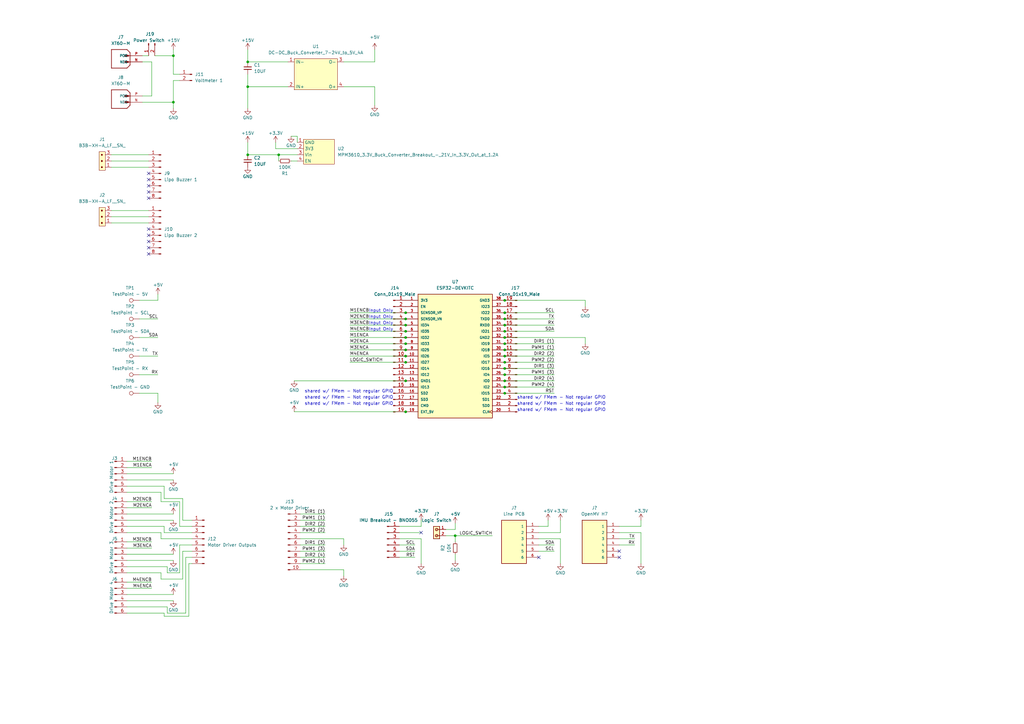
<source format=kicad_sch>
(kicad_sch (version 20211123) (generator eeschema)
  (paper "A3")
  (lib_symbols
    (symbol "5mm Pitch 2-Pin Screw Terminal Block-691137710002:691137710002" (pin_names (offset 1.016))
      (property "Reference" "J" (at -4.88 -0.922 0))
      (property "Value" "691137710002" (at -4.83 -2.58 0))
      (symbol "691137710002_0_0"
        (rectangle (start -3.81 -2.54) (end 1.27 0) (stroke (width 0.254)) (fill (type background)))
        (circle (center -2.54 -1.27) (radius 0.508) (stroke (width 0.254)))
        (circle (center 0 -1.27) (radius 0.508) (stroke (width 0.254)))
        (polyline (pts (xy -2.54 -1.778) (xy -2.54 -2.54)) (stroke (width 0.254)))
        (polyline (pts (xy -2.286 -1.016) (xy -2.794 -1.524)) (stroke (width 0.1524)))
        (polyline (pts (xy 0 -1.778) (xy 0 -2.54)) (stroke (width 0.254)))
        (polyline (pts (xy 0.254 -1.016) (xy -0.254 -1.524)) (stroke (width 0.1524)))
        (pin passive line (at -2.54 -5.08 90) (length 2.54) (name "~") (number "1"))
        (pin passive line (at 0 -5.08 90) (length 2.54) (name "~") (number "2"))
      )
    )
    (symbol "Box IDC header 2x3-2-1761679-1:2-1761679-1" (pin_names (offset 1.016))
      (property "Reference" "J" (at -5.58 10.16 0))
      (property "Value" "2-1761679-1" (at -5.08 -10.16 0))
      (symbol "2-1761679-1_0_0"
        (rectangle (start -5.08 -7.62) (end 5.08 10.16) (stroke (width 0.254)) (fill (type background)))
        (pin passive line (at -10.16 7.62 0) (length 5.08) (name "1") (number "1"))
        (pin passive line (at -10.16 5.08 0) (length 5.08) (name "2") (number "2"))
        (pin passive line (at -10.16 2.54 0) (length 5.08) (name "3") (number "3"))
        (pin passive line (at -10.16 0 0) (length 5.08) (name "4") (number "4"))
        (pin passive line (at -10.16 -2.54 0) (length 5.08) (name "5") (number "5"))
        (pin passive line (at -10.16 -5.08 0) (length 5.08) (name "6") (number "6"))
      )
    )
    (symbol "Connector:Conn_01x02_Male" (pin_names (offset 1.016) hide)
      (property "Reference" "J" (at 0 2.54 0))
      (property "Value" "Conn_01x02_Male" (at 0 -5.08 0))
      (symbol "Conn_01x02_Male_1_1"
        (polyline (pts (xy 1.27 -2.54) (xy 0.8636 -2.54)) (stroke (width 0.1524)))
        (polyline (pts (xy 1.27 0) (xy 0.8636 0)) (stroke (width 0.1524)))
        (rectangle (start 0.8636 -2.413) (end 0 -2.667) (stroke (width 0.1524)) (fill (type outline)))
        (rectangle (start 0.8636 0.127) (end 0 -0.127) (stroke (width 0.1524)) (fill (type outline)))
        (pin passive line (at 5.08 0 180) (length 3.81) (name "Pin_1") (number "1"))
        (pin passive line (at 5.08 -2.54 180) (length 3.81) (name "Pin_2") (number "2"))
      )
    )
    (symbol "Connector:Conn_01x06_Male" (pin_names (offset 1.016) hide)
      (property "Reference" "J" (at 0 7.62 0))
      (property "Value" "Conn_01x06_Male" (at 0 -10.16 0))
      (symbol "Conn_01x06_Male_1_1"
        (polyline (pts (xy 1.27 -7.62) (xy 0.8636 -7.62)) (stroke (width 0.1524)))
        (polyline (pts (xy 1.27 -5.08) (xy 0.8636 -5.08)) (stroke (width 0.1524)))
        (polyline (pts (xy 1.27 -2.54) (xy 0.8636 -2.54)) (stroke (width 0.1524)))
        (polyline (pts (xy 1.27 0) (xy 0.8636 0)) (stroke (width 0.1524)))
        (polyline (pts (xy 1.27 2.54) (xy 0.8636 2.54)) (stroke (width 0.1524)))
        (polyline (pts (xy 1.27 5.08) (xy 0.8636 5.08)) (stroke (width 0.1524)))
        (rectangle (start 0.8636 -7.493) (end 0 -7.747) (stroke (width 0.1524)) (fill (type outline)))
        (rectangle (start 0.8636 -4.953) (end 0 -5.207) (stroke (width 0.1524)) (fill (type outline)))
        (rectangle (start 0.8636 -2.413) (end 0 -2.667) (stroke (width 0.1524)) (fill (type outline)))
        (rectangle (start 0.8636 0.127) (end 0 -0.127) (stroke (width 0.1524)) (fill (type outline)))
        (rectangle (start 0.8636 2.667) (end 0 2.413) (stroke (width 0.1524)) (fill (type outline)))
        (rectangle (start 0.8636 5.207) (end 0 4.953) (stroke (width 0.1524)) (fill (type outline)))
        (pin passive line (at 5.08 5.08 180) (length 3.81) (name "Pin_1") (number "1"))
        (pin passive line (at 5.08 2.54 180) (length 3.81) (name "Pin_2") (number "2"))
        (pin passive line (at 5.08 0 180) (length 3.81) (name "Pin_3") (number "3"))
        (pin passive line (at 5.08 -2.54 180) (length 3.81) (name "Pin_4") (number "4"))
        (pin passive line (at 5.08 -5.08 180) (length 3.81) (name "Pin_5") (number "5"))
        (pin passive line (at 5.08 -7.62 180) (length 3.81) (name "Pin_6") (number "6"))
      )
    )
    (symbol "Connector:Conn_01x08_Male" (pin_names (offset 1.016) hide)
      (property "Reference" "J" (at 0 10.16 0))
      (property "Value" "Conn_01x08_Male" (at 0 -12.7 0))
      (symbol "Conn_01x08_Male_1_1"
        (polyline (pts (xy 1.27 -10.16) (xy 0.8636 -10.16)) (stroke (width 0.1524)))
        (polyline (pts (xy 1.27 -7.62) (xy 0.8636 -7.62)) (stroke (width 0.1524)))
        (polyline (pts (xy 1.27 -5.08) (xy 0.8636 -5.08)) (stroke (width 0.1524)))
        (polyline (pts (xy 1.27 -2.54) (xy 0.8636 -2.54)) (stroke (width 0.1524)))
        (polyline (pts (xy 1.27 0) (xy 0.8636 0)) (stroke (width 0.1524)))
        (polyline (pts (xy 1.27 2.54) (xy 0.8636 2.54)) (stroke (width 0.1524)))
        (polyline (pts (xy 1.27 5.08) (xy 0.8636 5.08)) (stroke (width 0.1524)))
        (polyline (pts (xy 1.27 7.62) (xy 0.8636 7.62)) (stroke (width 0.1524)))
        (rectangle (start 0.8636 -10.033) (end 0 -10.287) (stroke (width 0.1524)) (fill (type outline)))
        (rectangle (start 0.8636 -7.493) (end 0 -7.747) (stroke (width 0.1524)) (fill (type outline)))
        (rectangle (start 0.8636 -4.953) (end 0 -5.207) (stroke (width 0.1524)) (fill (type outline)))
        (rectangle (start 0.8636 -2.413) (end 0 -2.667) (stroke (width 0.1524)) (fill (type outline)))
        (rectangle (start 0.8636 0.127) (end 0 -0.127) (stroke (width 0.1524)) (fill (type outline)))
        (rectangle (start 0.8636 2.667) (end 0 2.413) (stroke (width 0.1524)) (fill (type outline)))
        (rectangle (start 0.8636 5.207) (end 0 4.953) (stroke (width 0.1524)) (fill (type outline)))
        (rectangle (start 0.8636 7.747) (end 0 7.493) (stroke (width 0.1524)) (fill (type outline)))
        (pin passive line (at 5.08 7.62 180) (length 3.81) (name "Pin_1") (number "1"))
        (pin passive line (at 5.08 5.08 180) (length 3.81) (name "Pin_2") (number "2"))
        (pin passive line (at 5.08 2.54 180) (length 3.81) (name "Pin_3") (number "3"))
        (pin passive line (at 5.08 0 180) (length 3.81) (name "Pin_4") (number "4"))
        (pin passive line (at 5.08 -2.54 180) (length 3.81) (name "Pin_5") (number "5"))
        (pin passive line (at 5.08 -5.08 180) (length 3.81) (name "Pin_6") (number "6"))
        (pin passive line (at 5.08 -7.62 180) (length 3.81) (name "Pin_7") (number "7"))
        (pin passive line (at 5.08 -10.16 180) (length 3.81) (name "Pin_8") (number "8"))
      )
    )
    (symbol "Connector:Conn_01x10_Male" (pin_names (offset 1.016) hide)
      (property "Reference" "J" (at 0 12.7 0))
      (property "Value" "Conn_01x10_Male" (at 0 -15.24 0))
      (symbol "Conn_01x10_Male_1_1"
        (polyline (pts (xy 1.27 -12.7) (xy 0.8636 -12.7)) (stroke (width 0.1524)))
        (polyline (pts (xy 1.27 -10.16) (xy 0.8636 -10.16)) (stroke (width 0.1524)))
        (polyline (pts (xy 1.27 -7.62) (xy 0.8636 -7.62)) (stroke (width 0.1524)))
        (polyline (pts (xy 1.27 -5.08) (xy 0.8636 -5.08)) (stroke (width 0.1524)))
        (polyline (pts (xy 1.27 -2.54) (xy 0.8636 -2.54)) (stroke (width 0.1524)))
        (polyline (pts (xy 1.27 0) (xy 0.8636 0)) (stroke (width 0.1524)))
        (polyline (pts (xy 1.27 2.54) (xy 0.8636 2.54)) (stroke (width 0.1524)))
        (polyline (pts (xy 1.27 5.08) (xy 0.8636 5.08)) (stroke (width 0.1524)))
        (polyline (pts (xy 1.27 7.62) (xy 0.8636 7.62)) (stroke (width 0.1524)))
        (polyline (pts (xy 1.27 10.16) (xy 0.8636 10.16)) (stroke (width 0.1524)))
        (rectangle (start 0.8636 -12.573) (end 0 -12.827) (stroke (width 0.1524)) (fill (type outline)))
        (rectangle (start 0.8636 -10.033) (end 0 -10.287) (stroke (width 0.1524)) (fill (type outline)))
        (rectangle (start 0.8636 -7.493) (end 0 -7.747) (stroke (width 0.1524)) (fill (type outline)))
        (rectangle (start 0.8636 -4.953) (end 0 -5.207) (stroke (width 0.1524)) (fill (type outline)))
        (rectangle (start 0.8636 -2.413) (end 0 -2.667) (stroke (width 0.1524)) (fill (type outline)))
        (rectangle (start 0.8636 0.127) (end 0 -0.127) (stroke (width 0.1524)) (fill (type outline)))
        (rectangle (start 0.8636 2.667) (end 0 2.413) (stroke (width 0.1524)) (fill (type outline)))
        (rectangle (start 0.8636 5.207) (end 0 4.953) (stroke (width 0.1524)) (fill (type outline)))
        (rectangle (start 0.8636 7.747) (end 0 7.493) (stroke (width 0.1524)) (fill (type outline)))
        (rectangle (start 0.8636 10.287) (end 0 10.033) (stroke (width 0.1524)) (fill (type outline)))
        (pin passive line (at 5.08 10.16 180) (length 3.81) (name "Pin_1") (number "1"))
        (pin passive line (at 5.08 -12.7 180) (length 3.81) (name "Pin_10") (number "10"))
        (pin passive line (at 5.08 7.62 180) (length 3.81) (name "Pin_2") (number "2"))
        (pin passive line (at 5.08 5.08 180) (length 3.81) (name "Pin_3") (number "3"))
        (pin passive line (at 5.08 2.54 180) (length 3.81) (name "Pin_4") (number "4"))
        (pin passive line (at 5.08 0 180) (length 3.81) (name "Pin_5") (number "5"))
        (pin passive line (at 5.08 -2.54 180) (length 3.81) (name "Pin_6") (number "6"))
        (pin passive line (at 5.08 -5.08 180) (length 3.81) (name "Pin_7") (number "7"))
        (pin passive line (at 5.08 -7.62 180) (length 3.81) (name "Pin_8") (number "8"))
        (pin passive line (at 5.08 -10.16 180) (length 3.81) (name "Pin_9") (number "9"))
      )
    )
    (symbol "Connector:Conn_01x19_Male" (pin_names (offset 1.016) hide)
      (property "Reference" "J" (at 0 25.4 0))
      (property "Value" "Conn_01x19_Male" (at 0 -25.4 0))
      (symbol "Conn_01x19_Male_1_1"
        (polyline (pts (xy 1.27 -22.86) (xy 0.8636 -22.86)) (stroke (width 0.1524)))
        (polyline (pts (xy 1.27 -20.32) (xy 0.8636 -20.32)) (stroke (width 0.1524)))
        (polyline (pts (xy 1.27 -17.78) (xy 0.8636 -17.78)) (stroke (width 0.1524)))
        (polyline (pts (xy 1.27 -15.24) (xy 0.8636 -15.24)) (stroke (width 0.1524)))
        (polyline (pts (xy 1.27 -12.7) (xy 0.8636 -12.7)) (stroke (width 0.1524)))
        (polyline (pts (xy 1.27 -10.16) (xy 0.8636 -10.16)) (stroke (width 0.1524)))
        (polyline (pts (xy 1.27 -7.62) (xy 0.8636 -7.62)) (stroke (width 0.1524)))
        (polyline (pts (xy 1.27 -5.08) (xy 0.8636 -5.08)) (stroke (width 0.1524)))
        (polyline (pts (xy 1.27 -2.54) (xy 0.8636 -2.54)) (stroke (width 0.1524)))
        (polyline (pts (xy 1.27 0) (xy 0.8636 0)) (stroke (width 0.1524)))
        (polyline (pts (xy 1.27 2.54) (xy 0.8636 2.54)) (stroke (width 0.1524)))
        (polyline (pts (xy 1.27 5.08) (xy 0.8636 5.08)) (stroke (width 0.1524)))
        (polyline (pts (xy 1.27 7.62) (xy 0.8636 7.62)) (stroke (width 0.1524)))
        (polyline (pts (xy 1.27 10.16) (xy 0.8636 10.16)) (stroke (width 0.1524)))
        (polyline (pts (xy 1.27 12.7) (xy 0.8636 12.7)) (stroke (width 0.1524)))
        (polyline (pts (xy 1.27 15.24) (xy 0.8636 15.24)) (stroke (width 0.1524)))
        (polyline (pts (xy 1.27 17.78) (xy 0.8636 17.78)) (stroke (width 0.1524)))
        (polyline (pts (xy 1.27 20.32) (xy 0.8636 20.32)) (stroke (width 0.1524)))
        (polyline (pts (xy 1.27 22.86) (xy 0.8636 22.86)) (stroke (width 0.1524)))
        (rectangle (start 0.8636 -22.733) (end 0 -22.987) (stroke (width 0.1524)) (fill (type outline)))
        (rectangle (start 0.8636 -20.193) (end 0 -20.447) (stroke (width 0.1524)) (fill (type outline)))
        (rectangle (start 0.8636 -17.653) (end 0 -17.907) (stroke (width 0.1524)) (fill (type outline)))
        (rectangle (start 0.8636 -15.113) (end 0 -15.367) (stroke (width 0.1524)) (fill (type outline)))
        (rectangle (start 0.8636 -12.573) (end 0 -12.827) (stroke (width 0.1524)) (fill (type outline)))
        (rectangle (start 0.8636 -10.033) (end 0 -10.287) (stroke (width 0.1524)) (fill (type outline)))
        (rectangle (start 0.8636 -7.493) (end 0 -7.747) (stroke (width 0.1524)) (fill (type outline)))
        (rectangle (start 0.8636 -4.953) (end 0 -5.207) (stroke (width 0.1524)) (fill (type outline)))
        (rectangle (start 0.8636 -2.413) (end 0 -2.667) (stroke (width 0.1524)) (fill (type outline)))
        (rectangle (start 0.8636 0.127) (end 0 -0.127) (stroke (width 0.1524)) (fill (type outline)))
        (rectangle (start 0.8636 2.667) (end 0 2.413) (stroke (width 0.1524)) (fill (type outline)))
        (rectangle (start 0.8636 5.207) (end 0 4.953) (stroke (width 0.1524)) (fill (type outline)))
        (rectangle (start 0.8636 7.747) (end 0 7.493) (stroke (width 0.1524)) (fill (type outline)))
        (rectangle (start 0.8636 10.287) (end 0 10.033) (stroke (width 0.1524)) (fill (type outline)))
        (rectangle (start 0.8636 12.827) (end 0 12.573) (stroke (width 0.1524)) (fill (type outline)))
        (rectangle (start 0.8636 15.367) (end 0 15.113) (stroke (width 0.1524)) (fill (type outline)))
        (rectangle (start 0.8636 17.907) (end 0 17.653) (stroke (width 0.1524)) (fill (type outline)))
        (rectangle (start 0.8636 20.447) (end 0 20.193) (stroke (width 0.1524)) (fill (type outline)))
        (rectangle (start 0.8636 22.987) (end 0 22.733) (stroke (width 0.1524)) (fill (type outline)))
        (pin passive line (at 5.08 22.86 180) (length 3.81) (name "Pin_1") (number "1"))
        (pin passive line (at 5.08 0 180) (length 3.81) (name "Pin_10") (number "10"))
        (pin passive line (at 5.08 -2.54 180) (length 3.81) (name "Pin_11") (number "11"))
        (pin passive line (at 5.08 -5.08 180) (length 3.81) (name "Pin_12") (number "12"))
        (pin passive line (at 5.08 -7.62 180) (length 3.81) (name "Pin_13") (number "13"))
        (pin passive line (at 5.08 -10.16 180) (length 3.81) (name "Pin_14") (number "14"))
        (pin passive line (at 5.08 -12.7 180) (length 3.81) (name "Pin_15") (number "15"))
        (pin passive line (at 5.08 -15.24 180) (length 3.81) (name "Pin_16") (number "16"))
        (pin passive line (at 5.08 -17.78 180) (length 3.81) (name "Pin_17") (number "17"))
        (pin passive line (at 5.08 -20.32 180) (length 3.81) (name "Pin_18") (number "18"))
        (pin passive line (at 5.08 -22.86 180) (length 3.81) (name "Pin_19") (number "19"))
        (pin passive line (at 5.08 20.32 180) (length 3.81) (name "Pin_2") (number "2"))
        (pin passive line (at 5.08 17.78 180) (length 3.81) (name "Pin_3") (number "3"))
        (pin passive line (at 5.08 15.24 180) (length 3.81) (name "Pin_4") (number "4"))
        (pin passive line (at 5.08 12.7 180) (length 3.81) (name "Pin_5") (number "5"))
        (pin passive line (at 5.08 10.16 180) (length 3.81) (name "Pin_6") (number "6"))
        (pin passive line (at 5.08 7.62 180) (length 3.81) (name "Pin_7") (number "7"))
        (pin passive line (at 5.08 5.08 180) (length 3.81) (name "Pin_8") (number "8"))
        (pin passive line (at 5.08 2.54 180) (length 3.81) (name "Pin_9") (number "9"))
      )
    )
    (symbol "Connector:TestPoint" (pin_numbers hide) (pin_names (offset 0.762) hide)
      (property "Reference" "TP" (at 0 6.858 0))
      (property "Value" "TestPoint" (at 0 5.08 0))
      (symbol "TestPoint_0_1"
        (circle (center 0 3.302) (radius 0.762))
      )
      (symbol "TestPoint_1_1"
        (pin passive line (at 0 0 90) (length 2.54) (name "1") (number "1"))
      )
    )
    (symbol "DC-DC_Buck_Converter_7-24V_to_5V_4A_1"
      (property "Reference" "U" (at 0 10.16 0))
      (property "Value" "DC-DC_Buck_Converter_7-24V_to_5V_4A_1" (at 0 7.62 0))
      (symbol "DC-DC_Buck_Converter_7-24V_to_5V_4A_1_0_1"
        (rectangle (start -8.89 6.35) (end 8.89 -6.35) (fill (type background)))
      )
      (symbol "DC-DC_Buck_Converter_7-24V_to_5V_4A_1_1_1"
        (pin input line (at -11.43 5.08 0) (length 2.54) (name "IN-") (number "1"))
        (pin input line (at -11.43 -5.08 0) (length 2.54) (name "IN+") (number "2"))
        (pin output line (at 11.43 5.08 180) (length 2.54) (name "O-") (number "3"))
        (pin output line (at 11.43 -5.08 180) (length 2.54) (name "O+") (number "4"))
      )
    )
    (symbol "Device:C_Small" (pin_numbers hide) (pin_names (offset 0.254) hide)
      (property "Reference" "C" (at 0.254 1.778 0))
      (property "Value" "C_Small" (at 0.254 -2.032 0))
      (symbol "C_Small_0_1"
        (polyline (pts (xy -1.524 -0.508) (xy 1.524 -0.508)) (stroke (width 0.3302)))
        (polyline (pts (xy -1.524 0.508) (xy 1.524 0.508)) (stroke (width 0.3048)))
      )
      (symbol "C_Small_1_1"
        (pin passive line (at 0 2.54 270) (length 2.032) (name "~") (number "1"))
        (pin passive line (at 0 -2.54 90) (length 2.032) (name "~") (number "2"))
      )
    )
    (symbol "Device:R_Small" (pin_numbers hide) (pin_names (offset 0.254) hide)
      (property "Reference" "R" (at 0.762 0.508 0))
      (property "Value" "R_Small" (at 0.762 -1.016 0))
      (symbol "R_Small_0_1"
        (rectangle (start -0.762 1.778) (end 0.762 -1.778) (stroke (width 0.2032)))
      )
      (symbol "R_Small_1_1"
        (pin passive line (at 0 2.54 270) (length 0.762) (name "~") (number "1"))
        (pin passive line (at 0 -2.54 90) (length 0.762) (name "~") (number "2"))
      )
    )
    (symbol "ESP32-DEVKITC:ESP32-DEVKITC" (pin_names (offset 1.016))
      (property "Reference" "U" (at -15.2572 26.0643 0))
      (property "Value" "ESP32-DEVKITC" (at -15.2563 -27.9698 0))
      (symbol "ESP32-DEVKITC_0_0"
        (rectangle (start -15.24 -25.4) (end 15.24 25.4) (stroke (width 0.254)) (fill (type background)))
        (pin power_in line (at -20.32 22.86 0) (length 5.08) (name "3V3") (number "1"))
        (pin bidirectional line (at -20.32 0 0) (length 5.08) (name "IO26") (number "10"))
        (pin bidirectional line (at -20.32 -2.54 0) (length 5.08) (name "IO27") (number "11"))
        (pin bidirectional line (at -20.32 -5.08 0) (length 5.08) (name "IO14") (number "12"))
        (pin bidirectional line (at -20.32 -7.62 0) (length 5.08) (name "IO12") (number "13"))
        (pin power_in line (at -20.32 -10.16 0) (length 5.08) (name "GND1") (number "14"))
        (pin bidirectional line (at -20.32 -12.7 0) (length 5.08) (name "IO13") (number "15"))
        (pin bidirectional line (at -20.32 -15.24 0) (length 5.08) (name "SD2") (number "16"))
        (pin bidirectional line (at -20.32 -17.78 0) (length 5.08) (name "SD3") (number "17"))
        (pin bidirectional line (at -20.32 -20.32 0) (length 5.08) (name "CMD") (number "18"))
        (pin power_in line (at -20.32 -22.86 0) (length 5.08) (name "EXT_5V") (number "19"))
        (pin input line (at -20.32 20.32 0) (length 5.08) (name "EN") (number "2"))
        (pin input clock (at 20.32 -22.86 180) (length 5.08) (name "CLK") (number "20"))
        (pin bidirectional line (at 20.32 -20.32 180) (length 5.08) (name "SD0") (number "21"))
        (pin bidirectional line (at 20.32 -17.78 180) (length 5.08) (name "SD1") (number "22"))
        (pin bidirectional line (at 20.32 -15.24 180) (length 5.08) (name "IO15") (number "23"))
        (pin bidirectional line (at 20.32 -12.7 180) (length 5.08) (name "IO2") (number "24"))
        (pin bidirectional line (at 20.32 -10.16 180) (length 5.08) (name "IO0") (number "25"))
        (pin bidirectional line (at 20.32 -7.62 180) (length 5.08) (name "IO4") (number "26"))
        (pin bidirectional line (at 20.32 -5.08 180) (length 5.08) (name "IO16") (number "27"))
        (pin bidirectional line (at 20.32 -2.54 180) (length 5.08) (name "IO17") (number "28"))
        (pin bidirectional line (at 20.32 0 180) (length 5.08) (name "IO5") (number "29"))
        (pin input line (at -20.32 17.78 0) (length 5.08) (name "SENSOR_VP") (number "3"))
        (pin bidirectional line (at 20.32 2.54 180) (length 5.08) (name "IO18") (number "30"))
        (pin bidirectional line (at 20.32 5.08 180) (length 5.08) (name "IO19") (number "31"))
        (pin power_in line (at 20.32 7.62 180) (length 5.08) (name "GND2") (number "32"))
        (pin bidirectional line (at 20.32 10.16 180) (length 5.08) (name "IO21") (number "33"))
        (pin input line (at 20.32 12.7 180) (length 5.08) (name "RXD0") (number "34"))
        (pin output line (at 20.32 15.24 180) (length 5.08) (name "TXD0") (number "35"))
        (pin bidirectional line (at 20.32 17.78 180) (length 5.08) (name "IO22") (number "36"))
        (pin bidirectional line (at 20.32 20.32 180) (length 5.08) (name "IO23") (number "37"))
        (pin power_in line (at 20.32 22.86 180) (length 5.08) (name "GND3") (number "38"))
        (pin input line (at -20.32 15.24 0) (length 5.08) (name "SENSOR_VN") (number "4"))
        (pin bidirectional line (at -20.32 12.7 0) (length 5.08) (name "IO34") (number "5"))
        (pin bidirectional line (at -20.32 10.16 0) (length 5.08) (name "IO35") (number "6"))
        (pin bidirectional line (at -20.32 7.62 0) (length 5.08) (name "IO32") (number "7"))
        (pin bidirectional line (at -20.32 5.08 0) (length 5.08) (name "IO33") (number "8"))
        (pin bidirectional line (at -20.32 2.54 0) (length 5.08) (name "IO25") (number "9"))
      )
    )
    (symbol "MPM3610_3.3V_Buck_Converter_Breakout_-_21V_In_3.3V_Out_at_1.2A_1"
      (property "Reference" "U" (at 0 7.62 0))
      (property "Value" "MPM3610_3.3V_Buck_Converter_Breakout_-_21V_In_3.3V_Out_at_1.2A_1" (at 0 5.08 0))
      (symbol "MPM3610_3.3V_Buck_Converter_Breakout_-_21V_In_3.3V_Out_at_1.2A_1_0_1"
        (rectangle (start -5.08 3.81) (end 5.08 -8.89) (fill (type background)))
      )
      (symbol "MPM3610_3.3V_Buck_Converter_Breakout_-_21V_In_3.3V_Out_at_1.2A_1_1_1"
        (pin output line (at -3.81 -11.43 90) (length 2.54) (name "GND") (number "1"))
        (pin output line (at -1.27 -11.43 90) (length 2.54) (name "3V3") (number "2"))
        (pin input line (at 1.27 -11.43 90) (length 2.54) (name "Vin") (number "3"))
        (pin input line (at 3.81 -11.43 90) (length 2.54) (name "EN") (number "4"))
      )
    )
    (symbol "XT60-M:XT60-M" (pin_names (offset 1.016))
      (property "Reference" "J" (at 0 6.35 0))
      (property "Value" "XT60-M" (at 0 -5.08 0))
      (symbol "XT60-M_0_0"
        (polyline (pts (xy 0 -1.27) (xy 1.27 -2.54)) (stroke (width 0.254)))
        (polyline (pts (xy 0 0) (xy 1.905 0)) (stroke (width 0.254)))
        (polyline (pts (xy 0 2.54) (xy 0 -1.27)) (stroke (width 0.254)))
        (polyline (pts (xy 0 2.54) (xy 1.905 2.54)) (stroke (width 0.254)))
        (polyline (pts (xy 0 3.81) (xy 0 2.54)) (stroke (width 0.254)))
        (polyline (pts (xy 0 3.81) (xy 1.27 5.08)) (stroke (width 0.254)))
        (polyline (pts (xy 1.27 -2.54) (xy 7.62 -2.54)) (stroke (width 0.254)))
        (polyline (pts (xy 7.62 -2.54) (xy 7.62 5.08)) (stroke (width 0.254)))
        (polyline (pts (xy 7.62 5.08) (xy 1.27 5.08)) (stroke (width 0.254)))
        (rectangle (start 0.635 -0.3175) (end 2.2225 0.3175) (stroke (width 0.1)) (fill (type outline)))
        (rectangle (start 0.635 2.2225) (end 2.2225 2.8575) (stroke (width 0.1)) (fill (type outline)))
        (pin passive line (at -5.08 0 0) (length 5.08) (name "NEG") (number "N"))
        (pin passive line (at -5.08 2.54 0) (length 5.08) (name "POS") (number "P"))
      )
    )
    (symbol "dk_Rectangular-Connectors-Headers-Male-Pins:B3B-XH-A_LF__SN_" (pin_names (offset 1.016) hide)
      (property "Reference" "J" (at -2.54 -1.27 0))
      (property "Value" "B3B-XH-A_LF__SN_" (at 2.54 -3.81 0))
      (symbol "B3B-XH-A_LF__SN__1_1"
        (rectangle (start -1.27 0) (end 6.35 -2.54) (fill (type background)))
        (rectangle (start -0.254 -1.143) (end 0.254 -1.651) (fill (type outline)))
        (rectangle (start 2.286 -1.143) (end 2.794 -1.651) (fill (type outline)))
        (rectangle (start 4.826 -1.143) (end 5.334 -1.651) (fill (type outline)))
        (pin passive line (at 0 2.54 270) (length 2.54) (name "~") (number "1"))
        (pin passive line (at 2.54 2.54 270) (length 2.54) (name "~") (number "2"))
        (pin passive line (at 5.08 2.54 270) (length 2.54) (name "~") (number "3"))
      )
    )
    (symbol "power:+15V" (power) (pin_names (offset 0))
      (property "Value" "+15V" (at 0 3.556 0))
      (symbol "+15V_0_1"
        (polyline (pts (xy -0.762 1.27) (xy 0 2.54)))
        (polyline (pts (xy 0 0) (xy 0 2.54)))
        (polyline (pts (xy 0 2.54) (xy 0.762 1.27)))
      )
      (symbol "+15V_1_1"
        (pin power_in line (at 0 0 90) (length 0) hide (name "+15V") (number "1"))
      )
    )
    (symbol "power:+3.3V" (power) (pin_names (offset 0))
      (property "Value" "+3.3V" (at 0 3.556 0))
      (symbol "+3.3V_0_1"
        (polyline (pts (xy -0.762 1.27) (xy 0 2.54)))
        (polyline (pts (xy 0 0) (xy 0 2.54)))
        (polyline (pts (xy 0 2.54) (xy 0.762 1.27)))
      )
      (symbol "+3.3V_1_1"
        (pin power_in line (at 0 0 90) (length 0) hide (name "+3.3V") (number "1"))
      )
    )
    (symbol "power:+5V" (power) (pin_names (offset 0))
      (property "Value" "+5V" (at 0 3.556 0))
      (symbol "+5V_0_1"
        (polyline (pts (xy -0.762 1.27) (xy 0 2.54)))
        (polyline (pts (xy 0 0) (xy 0 2.54)))
        (polyline (pts (xy 0 2.54) (xy 0.762 1.27)))
      )
      (symbol "+5V_1_1"
        (pin power_in line (at 0 0 90) (length 0) hide (name "+5V") (number "1"))
      )
    )
    (symbol "power:GND" (power) (pin_names (offset 0))
      (property "Value" "GND" (at 0 -3.81 0))
      (symbol "GND_0_1"
        (polyline (pts (xy 0 0) (xy 0 -1.27) (xy 1.27 -1.27) (xy 0 -2.54) (xy -1.27 -1.27) (xy 0 -1.27)))
      )
      (symbol "GND_1_1"
        (pin power_in line (at 0 0 270) (length 0) hide (name "GND") (number "1"))
      )
    )
  )
  (junction (at 186.69 219.71))
  (junction (at 166.37 128.27))
  (junction (at 166.37 135.89))
  (junction (at 207.01 133.35))
  (junction (at 166.37 168.91))
  (junction (at 207.01 151.13))
  (junction (at 207.01 146.05))
  (junction (at 207.01 135.89))
  (junction (at 207.01 123.19))
  (junction (at 166.37 138.43))
  (junction (at 166.37 148.59))
  (junction (at 166.37 156.21))
  (junction (at 166.37 133.35))
  (junction (at 166.37 130.81))
  (junction (at 166.37 146.05))
  (junction (at 207.01 156.21))
  (junction (at 166.37 140.97))
  (junction (at 101.6 35.56))
  (junction (at 71.12 41.91))
  (junction (at 207.01 143.51))
  (junction (at 207.01 161.29))
  (junction (at 207.01 138.43))
  (junction (at 207.01 153.67))
  (junction (at 71.12 22.86))
  (junction (at 207.01 140.97))
  (junction (at 166.37 143.51))
  (junction (at 207.01 148.59))
  (junction (at 207.01 128.27))
  (junction (at 101.6 63.5))
  (junction (at 101.6 25.4))
  (junction (at 114.3 63.5))
  (junction (at 207.01 130.81))
  (junction (at 207.01 158.75))
  (no_connect (at 254 228.6))
  (no_connect (at 60.96 78.74))
  (no_connect (at 60.96 76.2))
  (no_connect (at 60.96 93.98))
  (no_connect (at 60.96 99.06))
  (no_connect (at 60.96 96.52))
  (no_connect (at 60.96 101.6))
  (no_connect (at 60.96 71.12))
  (no_connect (at 172.72 218.44))
  (no_connect (at 254 226.06))
  (no_connect (at 60.96 73.66))
  (no_connect (at 60.96 81.28))
  (no_connect (at 220.98 228.6))
  (no_connect (at 60.96 104.14))
  (wire (pts (xy 207.01 151.13) (xy 227.33 151.13)))
  (wire (pts (xy 240.03 138.43) (xy 240.03 140.97)))
  (wire (pts (xy 123.19 228.6) (xy 133.35 228.6)))
  (wire (pts (xy 121.92 63.5) (xy 114.3 63.5)))
  (wire (pts (xy 207.01 153.67) (xy 227.33 153.67)))
  (wire (pts (xy 101.6 35.56) (xy 101.6 44.45)))
  (wire (pts (xy 123.19 210.82) (xy 133.35 210.82)))
  (wire (pts (xy 207.01 123.19) (xy 240.03 123.19)))
  (wire (pts (xy 220.98 215.9) (xy 224.79 215.9)))
  (wire (pts (xy 163.83 215.9) (xy 172.72 215.9)))
  (wire (pts (xy 45.72 86.36) (xy 60.96 86.36)))
  (wire (pts (xy 207.01 143.51) (xy 227.33 143.51)))
  (wire (pts (xy 220.98 223.52) (xy 227.33 223.52)))
  (wire (pts (xy 52.07 224.79) (xy 62.23 224.79)))
  (wire (pts (xy 143.51 146.05) (xy 166.37 146.05)))
  (wire (pts (xy 67.31 252.73) (xy 77.47 252.73)))
  (wire (pts (xy 71.12 30.48) (xy 73.66 30.48)))
  (wire (pts (xy 57.15 130.81) (xy 64.77 130.81)))
  (wire (pts (xy 262.89 213.36) (xy 262.89 215.9)))
  (wire (pts (xy 62.23 25.4) (xy 62.23 39.37)))
  (wire (pts (xy 71.12 20.32) (xy 71.12 22.86)))
  (wire (pts (xy 123.19 231.14) (xy 133.35 231.14)))
  (wire (pts (xy 207.01 158.75) (xy 227.33 158.75)))
  (wire (pts (xy 58.42 41.91) (xy 71.12 41.91)))
  (wire (pts (xy 45.72 88.9) (xy 60.96 88.9)))
  (wire (pts (xy 182.88 217.17) (xy 186.69 217.17)))
  (wire (pts (xy 123.19 226.06) (xy 133.35 226.06)))
  (wire (pts (xy 153.67 35.56) (xy 153.67 43.18)))
  (wire (pts (xy 66.04 237.49) (xy 74.93 237.49)))
  (wire (pts (xy 121.92 58.42) (xy 121.92 55.88)))
  (wire (pts (xy 76.2 228.6) (xy 78.74 228.6)))
  (wire (pts (xy 123.19 220.98) (xy 140.97 220.98)))
  (wire (pts (xy 52.07 248.92) (xy 68.58 248.92)))
  (wire (pts (xy 114.3 63.5) (xy 114.3 66.04)))
  (wire (pts (xy 67.31 204.47) (xy 74.93 204.47)))
  (wire (pts (xy 57.15 138.43) (xy 64.77 138.43)))
  (wire (pts (xy 67.31 218.44) (xy 78.74 218.44)))
  (wire (pts (xy 62.23 39.37) (xy 58.42 39.37)))
  (wire (pts (xy 68.58 248.92) (xy 68.58 251.46)))
  (wire (pts (xy 207.01 146.05) (xy 227.33 146.05)))
  (wire (pts (xy 66.04 218.44) (xy 66.04 220.98)))
  (wire (pts (xy 58.42 22.86) (xy 60.96 22.86)))
  (wire (pts (xy 229.87 213.36) (xy 229.87 218.44)))
  (wire (pts (xy 52.07 246.38) (xy 71.12 246.38)))
  (wire (pts (xy 71.12 196.85) (xy 52.07 196.85)))
  (wire (pts (xy 120.65 168.91) (xy 166.37 168.91)))
  (wire (pts (xy 143.51 128.27) (xy 166.37 128.27)))
  (wire (pts (xy 67.31 251.46) (xy 67.31 252.73)))
  (wire (pts (xy 172.72 213.36) (xy 172.72 215.9)))
  (wire (pts (xy 57.15 161.29) (xy 64.77 161.29)))
  (wire (pts (xy 220.98 218.44) (xy 229.87 218.44)))
  (wire (pts (xy 52.07 189.23) (xy 62.23 189.23)))
  (wire (pts (xy 52.07 213.36) (xy 71.12 213.36)))
  (wire (pts (xy 68.58 232.41) (xy 68.58 234.95)))
  (wire (pts (xy 123.19 218.44) (xy 133.35 218.44)))
  (wire (pts (xy 74.93 226.06) (xy 78.74 226.06)))
  (wire (pts (xy 101.6 20.32) (xy 101.6 25.4)))
  (wire (pts (xy 220.98 220.98) (xy 229.87 220.98)))
  (wire (pts (xy 52.07 238.76) (xy 62.23 238.76)))
  (wire (pts (xy 254 218.44) (xy 262.89 218.44)))
  (wire (pts (xy 101.6 63.5) (xy 114.3 63.5)))
  (wire (pts (xy 254 223.52) (xy 260.35 223.52)))
  (wire (pts (xy 113.03 58.42) (xy 113.03 60.96)))
  (wire (pts (xy 52.07 218.44) (xy 66.04 218.44)))
  (wire (pts (xy 57.15 153.67) (xy 64.77 153.67)))
  (wire (pts (xy 66.04 205.74) (xy 73.66 205.74)))
  (wire (pts (xy 207.01 140.97) (xy 227.33 140.97)))
  (wire (pts (xy 52.07 201.93) (xy 66.04 201.93)))
  (wire (pts (xy 207.01 138.43) (xy 240.03 138.43)))
  (wire (pts (xy 123.19 223.52) (xy 133.35 223.52)))
  (wire (pts (xy 63.5 22.86) (xy 71.12 22.86)))
  (wire (pts (xy 68.58 251.46) (xy 76.2 251.46)))
  (wire (pts (xy 71.12 44.45) (xy 71.12 41.91)))
  (wire (pts (xy 240.03 123.19) (xy 240.03 125.73)))
  (wire (pts (xy 71.12 33.02) (xy 73.66 33.02)))
  (wire (pts (xy 52.07 243.84) (xy 71.12 243.84)))
  (wire (pts (xy 143.51 135.89) (xy 166.37 135.89)))
  (wire (pts (xy 57.15 123.19) (xy 64.77 123.19)))
  (wire (pts (xy 73.66 205.74) (xy 73.66 215.9)))
  (wire (pts (xy 207.01 148.59) (xy 227.33 148.59)))
  (wire (pts (xy 73.66 223.52) (xy 78.74 223.52)))
  (wire (pts (xy 101.6 58.42) (xy 101.6 63.5)))
  (wire (pts (xy 140.97 25.4) (xy 153.67 25.4)))
  (wire (pts (xy 140.97 236.22) (xy 140.97 233.68)))
  (wire (pts (xy 143.51 148.59) (xy 166.37 148.59)))
  (wire (pts (xy 52.07 210.82) (xy 71.12 210.82)))
  (wire (pts (xy 67.31 215.9) (xy 67.31 218.44)))
  (wire (pts (xy 74.93 204.47) (xy 74.93 213.36)))
  (wire (pts (xy 45.72 68.58) (xy 60.96 68.58)))
  (wire (pts (xy 73.66 215.9) (xy 78.74 215.9)))
  (wire (pts (xy 186.69 219.71) (xy 201.93 219.71)))
  (wire (pts (xy 113.03 60.96) (xy 121.92 60.96)))
  (wire (pts (xy 52.07 194.31) (xy 71.12 194.31)))
  (wire (pts (xy 66.04 234.95) (xy 66.04 237.49)))
  (wire (pts (xy 163.83 228.6) (xy 170.18 228.6)))
  (wire (pts (xy 45.72 66.04) (xy 60.96 66.04)))
  (wire (pts (xy 52.07 229.87) (xy 71.12 229.87)))
  (wire (pts (xy 64.77 123.19) (xy 64.77 120.65)))
  (wire (pts (xy 77.47 231.14) (xy 78.74 231.14)))
  (wire (pts (xy 52.07 232.41) (xy 68.58 232.41)))
  (wire (pts (xy 68.58 234.95) (xy 73.66 234.95)))
  (wire (pts (xy 66.04 201.93) (xy 66.04 205.74)))
  (wire (pts (xy 182.88 219.71) (xy 186.69 219.71)))
  (wire (pts (xy 101.6 30.48) (xy 101.6 35.56)))
  (wire (pts (xy 57.15 146.05) (xy 64.77 146.05)))
  (wire (pts (xy 52.07 227.33) (xy 71.12 227.33)))
  (wire (pts (xy 52.07 205.74) (xy 62.23 205.74)))
  (wire (pts (xy 207.01 128.27) (xy 227.33 128.27)))
  (wire (pts (xy 52.07 215.9) (xy 67.31 215.9)))
  (wire (pts (xy 143.51 133.35) (xy 166.37 133.35)))
  (wire (pts (xy 71.12 33.02) (xy 71.12 41.91)))
  (wire (pts (xy 207.01 133.35) (xy 227.33 133.35)))
  (wire (pts (xy 123.19 213.36) (xy 133.35 213.36)))
  (wire (pts (xy 254 220.98) (xy 260.35 220.98)))
  (wire (pts (xy 77.47 231.14) (xy 77.47 252.73)))
  (wire (pts (xy 52.07 199.39) (xy 67.31 199.39)))
  (wire (pts (xy 58.42 25.4) (xy 62.23 25.4)))
  (wire (pts (xy 52.07 191.77) (xy 62.23 191.77)))
  (wire (pts (xy 262.89 218.44) (xy 262.89 231.14)))
  (wire (pts (xy 123.19 215.9) (xy 133.35 215.9)))
  (wire (pts (xy 52.07 222.25) (xy 62.23 222.25)))
  (wire (pts (xy 140.97 233.68) (xy 123.19 233.68)))
  (wire (pts (xy 207.01 135.89) (xy 227.33 135.89)))
  (wire (pts (xy 163.83 220.98) (xy 172.72 220.98)))
  (wire (pts (xy 254 215.9) (xy 262.89 215.9)))
  (wire (pts (xy 186.69 219.71) (xy 186.69 222.25)))
  (wire (pts (xy 163.83 218.44) (xy 172.72 218.44)))
  (wire (pts (xy 172.72 220.98) (xy 172.72 231.14)))
  (wire (pts (xy 119.38 66.04) (xy 121.92 66.04)))
  (wire (pts (xy 45.72 91.44) (xy 60.96 91.44)))
  (wire (pts (xy 74.93 213.36) (xy 78.74 213.36)))
  (wire (pts (xy 229.87 220.98) (xy 229.87 231.14)))
  (wire (pts (xy 166.37 130.81) (xy 143.51 130.81)))
  (wire (pts (xy 207.01 161.29) (xy 227.33 161.29)))
  (wire (pts (xy 143.51 138.43) (xy 166.37 138.43)))
  (wire (pts (xy 52.07 234.95) (xy 66.04 234.95)))
  (wire (pts (xy 224.79 215.9) (xy 224.79 213.36)))
  (wire (pts (xy 101.6 25.4) (xy 118.11 25.4)))
  (wire (pts (xy 45.72 63.5) (xy 60.96 63.5)))
  (wire (pts (xy 66.04 220.98) (xy 78.74 220.98)))
  (wire (pts (xy 120.65 156.21) (xy 166.37 156.21)))
  (wire (pts (xy 153.67 20.32) (xy 153.67 25.4)))
  (wire (pts (xy 186.69 227.33) (xy 186.69 229.87)))
  (wire (pts (xy 67.31 199.39) (xy 67.31 204.47)))
  (wire (pts (xy 76.2 228.6) (xy 76.2 251.46)))
  (wire (pts (xy 220.98 226.06) (xy 227.33 226.06)))
  (wire (pts (xy 207.01 156.21) (xy 227.33 156.21)))
  (wire (pts (xy 71.12 22.86) (xy 71.12 30.48)))
  (wire (pts (xy 186.69 217.17) (xy 186.69 214.63)))
  (wire (pts (xy 163.83 223.52) (xy 170.18 223.52)))
  (wire (pts (xy 64.77 161.29) (xy 64.77 165.1)))
  (wire (pts (xy 207.01 130.81) (xy 227.33 130.81)))
  (wire (pts (xy 119.38 55.88) (xy 121.92 55.88)))
  (wire (pts (xy 52.07 241.3) (xy 62.23 241.3)))
  (wire (pts (xy 74.93 237.49) (xy 74.93 226.06)))
  (wire (pts (xy 140.97 35.56) (xy 153.67 35.56)))
  (wire (pts (xy 163.83 226.06) (xy 170.18 226.06)))
  (wire (pts (xy 140.97 220.98) (xy 140.97 223.52)))
  (wire (pts (xy 118.11 35.56) (xy 101.6 35.56)))
  (wire (pts (xy 52.07 251.46) (xy 67.31 251.46)))
  (wire (pts (xy 143.51 140.97) (xy 166.37 140.97)))
  (wire (pts (xy 73.66 234.95) (xy 73.66 223.52)))
  (wire (pts (xy 52.07 208.28) (xy 62.23 208.28)))
  (wire (pts (xy 143.51 143.51) (xy 166.37 143.51)))
  (text "Input Only" (at 161.29 133.35 180) (effects (font (size 1.27 1.27)) (justify right bottom)))
  (text "Input Only" (at 161.29 130.81 180) (effects (font (size 1.27 1.27)) (justify right bottom)))
  (text "shared w/ FMem - Not regular GPIO" (at 161.29 163.83 180) (effects (font (size 1.27 1.27)) (justify right bottom)))
  (text "Input Only" (at 161.29 135.89 180) (effects (font (size 1.27 1.27)) (justify right bottom)))
  (text "shared w/ FMem - Not regular GPIO" (at 212.09 166.37 0) (effects (font (size 1.27 1.27)) (justify left bottom)))
  (text "shared w/ FMem - Not regular GPIO" (at 161.29 166.37 180) (effects (font (size 1.27 1.27)) (justify right bottom)))
  (text "shared w/ FMem - Not regular GPIO" (at 212.09 168.91 0) (effects (font (size 1.27 1.27)) (justify left bottom)))
  (text "shared w/ FMem - Not regular GPIO" (at 212.09 163.83 0) (effects (font (size 1.27 1.27)) (justify left bottom)))
  (text "shared w/ FMem - Not regular GPIO" (at 161.29 161.29 180) (effects (font (size 1.27 1.27)) (justify right bottom)))
  (text "Input Only" (at 161.29 128.27 180) (effects (font (size 1.27 1.27)) (justify right bottom)))
  (label "M1ENCB" (at 143.51 128.27 0))
  (label "M1ENCB" (at 62.23 189.23 180))
  (label "SCL" (at 227.33 226.06 180))
  (label "M4ENCB" (at 143.51 135.89 0))
  (label "RST" (at 227.33 161.29 180))
  (label "DIR2 (4)" (at 227.33 156.21 180))
  (label "PWM2 (4)" (at 133.35 231.14 180))
  (label "M2ENCB" (at 62.23 205.74 180))
  (label "DIR2 (2)" (at 227.33 146.05 180))
  (label "PWM2 (4)" (at 227.33 158.75 180))
  (label "SCL" (at 227.33 128.27 180))
  (label "TX" (at 64.77 146.05 180))
  (label "PWM1 (1)" (at 133.35 213.36 180))
  (label "M3ENCA" (at 143.51 143.51 0))
  (label "LOGIC_SWTICH" (at 201.93 219.71 180))
  (label "SDA" (at 64.77 138.43 180))
  (label "RX" (at 260.35 223.52 180))
  (label "DIR2 (4)" (at 133.35 228.6 180))
  (label "M4ENCA" (at 143.51 146.05 0))
  (label "M4ENCB" (at 62.23 238.76 180))
  (label "TX" (at 227.33 130.81 180))
  (label "SCL" (at 170.18 223.52 180))
  (label "PWM1 (3)" (at 133.35 226.06 180))
  (label "M1ENCA" (at 62.23 191.77 180))
  (label "PWM1 (1)" (at 227.33 143.51 180))
  (label "DIR1 (1)" (at 133.35 210.82 180))
  (label "PWM2 (2)" (at 227.33 148.59 180))
  (label "M2ENCB" (at 143.51 130.81 0))
  (label "RX" (at 227.33 133.35 180))
  (label "M3ENCB" (at 143.51 133.35 0))
  (label "LOGIC_SWTICH" (at 143.51 148.59 0))
  (label "RX" (at 64.77 153.67 180))
  (label "DIR1 (3)" (at 227.33 151.13 180))
  (label "RST" (at 170.18 228.6 180))
  (label "SCL" (at 64.77 130.81 180))
  (label "M2ENCA" (at 143.51 140.97 0))
  (label "PWM2 (2)" (at 133.35 218.44 180))
  (label "M2ENCA" (at 62.23 208.28 180))
  (label "PWM1 (3)" (at 227.33 153.67 180))
  (label "DIR1 (1)" (at 227.33 140.97 180))
  (label "DIR2 (2)" (at 133.35 215.9 180))
  (label "DIR1 (3)" (at 133.35 223.52 180))
  (label "SDA" (at 170.18 226.06 180))
  (label "SDA" (at 227.33 135.89 180))
  (label "M1ENCA" (at 143.51 138.43 0))
  (label "TX" (at 260.35 220.98 180))
  (label "SDA" (at 227.33 223.52 180))
  (label "M3ENCB" (at 62.23 222.25 180))
  (label "M3ENCA" (at 62.23 224.79 180))
  (label "M4ENCA" (at 62.23 241.3 180))
  (symbol (lib_id "Connector:Conn_01x02_Male") (at 78.74 30.48 0) (mirror y) (unit 1)
    (property "Reference" "J11" (at 80.01 30.4799 0) (effects (justify right)))
    (property "Value" "Voltmeter 1" (at 80.01 33.0199 0) (effects (justify right)))
    (property "Footprint" "Connector_PinHeader_2.54mm:PinHeader_1x02_P2.54mm_Vertical" (effects hide))
  )
  (symbol (lib_id "Connector:Conn_01x06_Male") (at 46.99 210.82 0) (unit 1)
    (property "Reference" "J4" (at 46.99 204.47 0))
    (property "Value" "Drive Motor 2" (at 45.72 212.09 90))
    (property "Footprint" "Connector_PinHeader_2.54mm:PinHeader_1x06_P2.54mm_Vertical" (effects hide))
  )
  (symbol (lib_id "power:+5V") (at 71.12 210.82 0) (unit 1)
    (property "Reference" "#PWR0113" (effects hide))
    (property "Value" "+5V" (at 71.12 207.01 0))
  )
  (symbol (lib_id "Connector:TestPoint") (at 57.15 138.43 90) (unit 1)
    (property "Reference" "TP3" (at 53.34 133.35 90))
    (property "Value" "TestPoint - SDA" (at 53.34 135.89 90))
    (property "Footprint" "TestPoint:TestPoint_THTPad_D2.0mm_Drill1.0mm" (effects hide))
  )
  (symbol (lib_id "power:GND") (at 71.12 246.38 0) (unit 1)
    (property "Reference" "#PWR0101" (effects hide))
    (property "Value" "GND" (at 71.12 250.19 0))
  )
  (symbol (lib_id "dk_Rectangular-Connectors-Headers-Male-Pins:B3B-XH-A_LF__SN_") (at 43.18 91.44 270) (mirror x) (unit 1)
    (property "Reference" "J2" (at 41.91 80.01 90))
    (property "Value" "B3B-XH-A_LF__SN_" (at 41.91 82.55 90))
    (property "Footprint" "digikey-footprints:PinHeader_1x3_P2.5mm_Drill1.1mm" (effects hide))
    (property "Datasheet" "http://www.jst-mfg.com/product/pdf/eng/eXH.pdf" (effects hide))
    (property "Digi-Key_PN" "455-2248-ND" (effects hide))
    (property "MPN" "B3B-XH-A(LF)(SN)" (effects hide))
    (property "Category" "Connectors, Interconnects" (effects hide))
    (property "Family" "Rectangular Connectors - Headers, Male Pins" (effects hide))
    (property "DK_Datasheet_Link" "http://www.jst-mfg.com/product/pdf/eng/eXH.pdf" (effects hide))
    (property "DK_Detail_Page" "/product-detail/en/jst-sales-america-inc/B3B-XH-A(LF)(SN)/455-2248-ND/1651046" (effects hide))
    (property "Description" "CONN HEADER VERT 3POS 2.5MM" (effects hide))
    (property "Manufacturer" "JST Sales America Inc." (effects hide))
    (property "Status" "Active" (effects hide))
  )
  (symbol (lib_id "Connector:Conn_01x19_Male") (at 212.09 146.05 180) (unit 1)
    (property "Reference" "J17" (at 209.55 118.11 0) (effects (justify right)))
    (property "Value" "Conn_01x19_Male" (at 204.47 120.65 0) (effects (justify right)))
    (property "Footprint" "Connector_PinHeader_2.54mm:PinHeader_1x19_P2.54mm_Vertical" (effects hide))
  )
  (symbol (lib_id "power:+5V") (at 224.79 213.36 0) (unit 1)
    (property "Reference" "#PWR0105" (effects hide))
    (property "Value" "+5V" (at 224.79 209.55 0))
  )
  (symbol (lib_id "Connector:TestPoint") (at 57.15 161.29 90) (unit 1)
    (property "Reference" "TP6" (at 53.34 156.21 90))
    (property "Value" "TestPoint - GND" (at 53.34 158.75 90))
    (property "Footprint" "TestPoint:TestPoint_THTPad_D2.0mm_Drill1.0mm" (effects hide))
  )
  (symbol (lib_id "Connector:Conn_01x06_Male") (at 158.75 220.98 0) (unit 1)
    (property "Reference" "J15" (at 159.385 210.82 0))
    (property "Value" "IMU Breakout - BNO055" (at 159.385 213.36 0))
    (property "Footprint" "Library:Adafruit IMU BNO055" (effects hide))
  )
  (symbol (lib_id "power:GND") (at 186.69 229.87 0) (unit 1)
    (property "Reference" "#PWR0135" (effects hide))
    (property "Value" "GND" (at 186.69 233.68 0))
  )
  (symbol (lib_id "Connector:TestPoint") (at 57.15 130.81 90) (unit 1)
    (property "Reference" "TP2" (at 53.34 125.73 90))
    (property "Value" "TestPoint - SCL" (at 53.34 128.27 90))
    (property "Footprint" "TestPoint:TestPoint_THTPad_D2.0mm_Drill1.0mm" (effects hide))
  )
  (symbol (lib_id "power:+5V") (at 71.12 194.31 0) (unit 1)
    (property "Reference" "#PWR0114" (effects hide))
    (property "Value" "+5V" (at 71.12 190.5 0))
  )
  (symbol (lib_id "power:+15V") (at 101.6 20.32 0) (unit 1)
    (property "Reference" "#PWR0115" (effects hide))
    (property "Value" "+15V" (at 101.6 16.51 0))
  )
  (symbol (lib_id "power:GND") (at 101.6 68.58 0) (unit 1)
    (property "Reference" "#PWR0118" (effects hide))
    (property "Value" "GND" (at 101.6 72.39 0))
  )
  (symbol (lib_id "power:GND") (at 101.6 44.45 0) (unit 1)
    (property "Reference" "#PWR0122" (effects hide))
    (property "Value" "GND" (at 101.6 48.26 0))
  )
  (symbol (lib_id "Connector:Conn_01x08_Male") (at 66.04 71.12 0) (mirror y) (unit 1)
    (property "Reference" "J9" (at 67.31 71.1199 0) (effects (justify right)))
    (property "Value" "Lipo Buzzer 1" (at 67.31 73.6599 0) (effects (justify right)))
    (property "Footprint" "Library:Lipo Buzzer Vertical" (effects hide))
  )
  (symbol (lib_id "power:GND") (at 140.97 236.22 0) (unit 1)
    (property "Reference" "#PWR0129" (effects hide))
    (property "Value" "GND" (at 140.97 240.03 0))
  )
  (symbol (lib_id "power:+5V") (at 186.69 214.63 0) (unit 1)
    (property "Reference" "#PWR0134" (effects hide))
    (property "Value" "+5V" (at 186.69 210.82 0))
  )
  (symbol (lib_id "power:GND") (at 71.12 196.85 0) (unit 1)
    (property "Reference" "#PWR0127" (effects hide))
    (property "Value" "GND" (at 71.12 200.66 0))
  )
  (symbol (lib_id "power:GND") (at 240.03 125.73 0) (unit 1)
    (property "Reference" "#PWR0121" (effects hide))
    (property "Value" "GND" (at 240.03 129.54 0))
  )
  (symbol (lib_id "power:+3.3V") (at 229.87 213.36 0) (unit 1)
    (property "Reference" "#PWR0108" (effects hide))
    (property "Value" "+3.3V" (at 229.87 209.55 0))
  )
  (symbol (lib_id "power:+15V") (at 101.6 58.42 0) (unit 1)
    (property "Reference" "#PWR0123" (effects hide))
    (property "Value" "+15V" (at 101.6 54.61 0))
  )
  (symbol (lib_id "Connector:Conn_01x06_Male") (at 46.99 227.33 0) (unit 1)
    (property "Reference" "J5" (at 46.99 220.98 0))
    (property "Value" "Drive Motor 3" (at 45.72 228.6 90))
    (property "Footprint" "Connector_PinSocket_2.54mm:PinSocket_1x06_P2.54mm_Vertical" (effects hide))
  )
  (symbol (lib_id "power:+5V") (at 71.12 227.33 0) (unit 1)
    (property "Reference" "#PWR0104" (effects hide))
    (property "Value" "+5V" (at 71.12 223.52 0))
  )
  (symbol (lib_id "power:+5V") (at 71.12 243.84 0) (unit 1)
    (property "Reference" "#PWR0106" (effects hide))
    (property "Value" "+5V" (at 71.12 240.03 0))
  )
  (symbol (lib_id "power:+3.3V") (at 113.03 58.42 0) (unit 1)
    (property "Reference" "#PWR0124" (effects hide))
    (property "Value" "+3.3V" (at 113.03 54.61 0))
  )
  (symbol (lib_name "DC-DC_Buck_Converter_7-24V_to_5V_4A_1") (lib_id "New_Library:DC-DC_Buck_Converter_7-24V_to_5V_4A") (at 129.54 30.48 0) (unit 1)
    (property "Reference" "U1" (at 129.54 19.05 0))
    (property "Value" "DC-DC_Buck_Converter_7-24V_to_5V_4A" (at 129.54 21.59 0))
    (property "Footprint" "Library:DC-DC_Buck_Converter_7-24V_to_5V_4A" (effects hide))
  )
  (symbol (lib_id "power:GND") (at 71.12 229.87 0) (unit 1)
    (property "Reference" "#PWR0102" (effects hide))
    (property "Value" "GND" (at 71.12 233.68 0))
  )
  (symbol (lib_id "XT60-M:XT60-M") (at 53.34 25.4 0) (mirror y) (unit 1)
    (property "Reference" "J7" (at 49.53 15.24 0))
    (property "Value" "XT60-M" (at 49.53 17.78 0))
    (property "Footprint" "XT60-M:AMASS_XT60-M" (effects hide))
    (property "PARTREV" "V1.2" (effects hide))
    (property "MANUFACTURER" "AMASS" (effects hide))
    (property "MAXIMUM_PACKAGE_HEIGHT" "16.00 mm" (effects hide))
    (property "STANDARD" "IPC 7351B" (effects hide))
  )
  (symbol (lib_id "power:+5V") (at 64.77 120.65 0) (unit 1)
    (property "Reference" "#PWR0133" (effects hide))
    (property "Value" "+5V" (at 64.77 116.84 0))
  )
  (symbol (lib_id "Device:R_Small") (at 186.69 224.79 180) (unit 1)
    (property "Reference" "R2" (at 181.61 224.79 90))
    (property "Value" "10K" (at 184.15 224.79 90))
    (property "Footprint" "Resistor_SMD:R_0805_2012Metric" (effects hide))
  )
  (symbol (lib_id "dk_Rectangular-Connectors-Headers-Male-Pins:B3B-XH-A_LF__SN_") (at 43.18 68.58 270) (mirror x) (unit 1)
    (property "Reference" "J1" (at 41.91 57.15 90))
    (property "Value" "B3B-XH-A_LF__SN_" (at 41.91 59.69 90))
    (property "Footprint" "digikey-footprints:PinHeader_1x3_P2.5mm_Drill1.1mm" (effects hide))
    (property "Datasheet" "http://www.jst-mfg.com/product/pdf/eng/eXH.pdf" (effects hide))
    (property "Digi-Key_PN" "455-2248-ND" (effects hide))
    (property "MPN" "B3B-XH-A(LF)(SN)" (effects hide))
    (property "Category" "Connectors, Interconnects" (effects hide))
    (property "Family" "Rectangular Connectors - Headers, Male Pins" (effects hide))
    (property "DK_Datasheet_Link" "http://www.jst-mfg.com/product/pdf/eng/eXH.pdf" (effects hide))
    (property "DK_Detail_Page" "/product-detail/en/jst-sales-america-inc/B3B-XH-A(LF)(SN)/455-2248-ND/1651046" (effects hide))
    (property "Description" "CONN HEADER VERT 3POS 2.5MM" (effects hide))
    (property "Manufacturer" "JST Sales America Inc." (effects hide))
    (property "Status" "Active" (effects hide))
  )
  (symbol (lib_id "Connector:Conn_01x08_Male") (at 66.04 93.98 0) (mirror y) (unit 1)
    (property "Reference" "J10" (at 67.31 93.9799 0) (effects (justify right)))
    (property "Value" "Lipo Buzzer 2" (at 67.31 96.5199 0) (effects (justify right)))
    (property "Footprint" "Library:Lipo Buzzer Vertical" (effects hide))
  )
  (symbol (lib_id "power:GND") (at 229.87 231.14 0) (unit 1)
    (property "Reference" "#PWR0112" (effects hide))
    (property "Value" "GND" (at 229.87 234.95 0))
  )
  (symbol (lib_id "power:+15V") (at 71.12 20.32 0) (unit 1)
    (property "Reference" "#PWR0130" (effects hide))
    (property "Value" "+15V" (at 71.12 16.51 0))
  )
  (symbol (lib_id "power:GND") (at 71.12 213.36 0) (unit 1)
    (property "Reference" "#PWR0126" (effects hide))
    (property "Value" "GND" (at 71.12 217.17 0))
  )
  (symbol (lib_id "Device:C_Small") (at 101.6 66.04 0) (unit 1)
    (property "Reference" "C2" (at 104.14 64.7762 0) (effects (justify left)))
    (property "Value" "10UF" (at 104.14 67.3162 0) (effects (justify left)))
    (property "Footprint" "Capacitor_SMD:C_0805_2012Metric" (effects hide))
  )
  (symbol (lib_id "Connector:TestPoint") (at 57.15 153.67 90) (unit 1)
    (property "Reference" "TP5" (at 53.34 148.59 90))
    (property "Value" "TestPoint - RX" (at 53.34 151.13 90))
    (property "Footprint" "TestPoint:TestPoint_THTPad_D2.0mm_Drill1.0mm" (effects hide))
  )
  (symbol (lib_id "5mm Pitch 2-Pin Screw Terminal Block-691137710002:691137710002") (at 177.8 219.71 90) (mirror x) (unit 1)
    (property "Reference" "J?" (at 179.07 210.82 90))
    (property "Value" "Logic Switch" (at 179.07 213.36 90))
    (property "Footprint" "691137710002" (effects hide))
    (property "WIRE" "12 to 30 (AWG) 3.31 to 0.05 (mm²)" (effects hide))
    (property "MOUNT" "THT" (effects hide))
    (property "IR-VDE" "24A" (effects hide))
    (property "IR-UL" "16A" (effects hide))
    (property "VALUE" "691137710002" (effects hide))
    (property "WORKING-VOLTAGE-UL" "300V(AC)" (effects hide))
    (property "PART-NUMBER" "691137710002" (effects hide))
    (property "DATASHEET-URL" "https://www.we-online.com/catalog/datasheet/691137710002.pdf" (effects hide))
    (property "PITCH" "5mm" (effects hide))
    (property "PINS" "2" (effects hide))
    (property "WORKING-VOLTAGE-VDE" "250V(AC)" (effects hide))
    (property "TYPE" "Horizontal" (effects hide))
  )
  (symbol (lib_id "power:+3.3V") (at 262.89 213.36 0) (unit 1)
    (property "Reference" "#PWR0109" (effects hide))
    (property "Value" "+3.3V" (at 262.89 209.55 0))
  )
  (symbol (lib_id "power:GND") (at 119.38 55.88 0) (unit 1)
    (property "Reference" "#PWR0125" (effects hide))
    (property "Value" "GND" (at 119.38 59.69 0))
  )
  (symbol (lib_id "ESP32-DEVKITC:ESP32-DEVKITC") (at 186.69 146.05 0) (unit 1)
    (property "Reference" "U?" (at 186.69 115.57 0))
    (property "Value" "ESP32-DEVKITC" (at 186.69 118.11 0))
    (property "Footprint" "MODULE_ESP32-DEVKITC" (effects hide))
    (property "STANDARD" "Manufacturer Recommendations" (effects hide))
    (property "PARTREV" "N/A" (effects hide))
    (property "MANUFACTURER" "ESPRESSIF" (effects hide))
  )
  (symbol (lib_name "MPM3610_3.3V_Buck_Converter_Breakout_-_21V_In_3.3V_Out_at_1.2A_1") (lib_id "New_Library:MPM3610_3.3V_Buck_Converter_Breakout_-_21V_In_3.3V_Out_at_1.2A") (at 133.35 62.23 270) (unit 1)
    (property "Reference" "U2" (at 138.43 60.9599 90) (effects (justify left)))
    (property "Value" "MPM3610_3.3V_Buck_Converter_Breakout_-_21V_In_3.3V_Out_at_1.2A" (at 138.43 63.4999 90) (effects (justify left)))
    (property "Footprint" "Library:MPM3610 3.3V Buck Converter Breakout - 21V In 3.3V Out at 1.2A" (effects hide))
  )
  (symbol (lib_id "Connector:Conn_01x08_Male") (at 83.82 220.98 0) (mirror y) (unit 1) (in_bom no)
    (property "Reference" "J12" (at 85.09 220.9799 0) (effects (justify right)))
    (property "Value" "Motor Driver Outputs" (at 85.09 223.5199 0) (effects (justify right)))
    (property "Footprint" "Connector_PinHeader_2.54mm:PinHeader_1x08_P2.54mm_Vertical" (effects hide))
  )
  (symbol (lib_id "power:GND") (at 262.89 231.14 0) (unit 1)
    (property "Reference" "#PWR0110" (effects hide))
    (property "Value" "GND" (at 262.89 234.95 0))
  )
  (symbol (lib_id "Box IDC header 2x3-2-1761679-1:2-1761679-1") (at 243.84 223.52 0) (mirror y) (unit 1)
    (property "Reference" "J?" (at 243.84 208.28 0))
    (property "Value" "OpenMV H7" (at 243.84 210.82 0))
    (property "Footprint" "TE_2-1761679-1" (effects hide))
    (property "Comment" "2-1761679-1" (effects hide))
    (property "EU_RoHS_Compliance" "Compliant" (effects hide))
    (property "Product_Type" "Connector" (effects hide))
    (property "Centerline_Pitch" "2.54 mm[.1 in]" (effects hide))
    (property "Number_of_Positions" "6" (effects hide))
  )
  (symbol (lib_id "power:GND") (at 64.77 165.1 0) (unit 1)
    (property "Reference" "#PWR0132" (effects hide))
    (property "Value" "GND" (at 64.77 168.91 0))
  )
  (symbol (lib_id "power:+3.3V") (at 172.72 213.36 0) (unit 1)
    (property "Reference" "#PWR0107" (effects hide))
    (property "Value" "+3.3V" (at 172.72 209.55 0))
  )
  (symbol (lib_id "Connector:TestPoint") (at 57.15 123.19 90) (unit 1)
    (property "Reference" "TP1" (at 53.34 118.11 90))
    (property "Value" "TestPoint - 5V" (at 53.34 120.65 90))
    (property "Footprint" "TestPoint:TestPoint_THTPad_D2.0mm_Drill1.0mm" (effects hide))
  )
  (symbol (lib_id "power:GND") (at 120.65 156.21 0) (unit 1)
    (property "Reference" "#PWR0119" (effects hide))
    (property "Value" "GND" (at 120.65 160.02 0))
  )
  (symbol (lib_id "Connector:Conn_01x10_Male") (at 118.11 220.98 0) (unit 1)
    (property "Reference" "J13" (at 118.745 205.74 0))
    (property "Value" "2 x Motor Driver" (at 118.745 208.28 0))
    (property "Footprint" "Connector_PinHeader_2.54mm:PinHeader_1x10_P2.54mm_Vertical" (effects hide))
  )
  (symbol (lib_id "power:GND") (at 153.67 43.18 0) (unit 1)
    (property "Reference" "#PWR0116" (effects hide))
    (property "Value" "GND" (at 153.67 46.99 0))
  )
  (symbol (lib_id "Connector:Conn_01x06_Male") (at 46.99 243.84 0) (unit 1)
    (property "Reference" "J6" (at 46.99 237.49 0))
    (property "Value" "Drive Motor 4" (at 45.72 245.11 90))
    (property "Footprint" "Connector_PinSocket_2.54mm:PinSocket_1x06_P2.54mm_Vertical" (effects hide))
  )
  (symbol (lib_id "Box IDC header 2x3-2-1761679-1:2-1761679-1") (at 210.82 223.52 0) (mirror y) (unit 1)
    (property "Reference" "J?" (at 210.82 208.28 0))
    (property "Value" "Line PCB" (at 210.82 210.82 0))
    (property "Footprint" "TE_2-1761679-1" (effects hide))
    (property "Comment" "2-1761679-1" (effects hide))
    (property "EU_RoHS_Compliance" "Compliant" (effects hide))
    (property "Product_Type" "Connector" (effects hide))
    (property "Centerline_Pitch" "2.54 mm[.1 in]" (effects hide))
    (property "Number_of_Positions" "6" (effects hide))
  )
  (symbol (lib_id "power:GND") (at 140.97 223.52 0) (unit 1)
    (property "Reference" "#PWR0128" (effects hide))
    (property "Value" "GND" (at 140.97 227.33 0))
  )
  (symbol (lib_id "power:GND") (at 71.12 44.45 0) (unit 1)
    (property "Reference" "#PWR0131" (effects hide))
    (property "Value" "GND" (at 71.12 48.26 0))
  )
  (symbol (lib_id "Connector:Conn_01x19_Male") (at 161.29 146.05 0) (unit 1)
    (property "Reference" "J14" (at 161.925 118.11 0))
    (property "Value" "Conn_01x19_Male" (at 161.925 120.65 0))
    (property "Footprint" "Connector_PinHeader_2.54mm:PinHeader_1x19_P2.54mm_Vertical" (effects hide))
  )
  (symbol (lib_id "Connector:TestPoint") (at 57.15 146.05 90) (unit 1)
    (property "Reference" "TP4" (at 53.34 140.97 90))
    (property "Value" "TestPoint - TX" (at 53.34 143.51 90))
    (property "Footprint" "TestPoint:TestPoint_THTPad_D2.0mm_Drill1.0mm" (effects hide))
  )
  (symbol (lib_id "power:GND") (at 240.03 140.97 0) (unit 1)
    (property "Reference" "#PWR0103" (effects hide))
    (property "Value" "GND" (at 240.03 144.78 0))
  )
  (symbol (lib_id "Device:C_Small") (at 101.6 27.94 0) (unit 1)
    (property "Reference" "C1" (at 104.14 26.6762 0) (effects (justify left)))
    (property "Value" "10UF" (at 104.14 29.2162 0) (effects (justify left)))
    (property "Footprint" "Capacitor_SMD:C_0805_2012Metric" (effects hide))
  )
  (symbol (lib_id "power:GND") (at 172.72 231.14 0) (unit 1)
    (property "Reference" "#PWR0111" (effects hide))
    (property "Value" "GND" (at 172.72 234.95 0))
  )
  (symbol (lib_id "Connector:Conn_01x02_Male") (at 60.96 17.78 90) (mirror x) (unit 1)
    (property "Reference" "J19" (at 59.69 13.97 90) (effects (justify right)))
    (property "Value" "Power Switch" (at 54.61 16.51 90) (effects (justify right)))
    (property "Footprint" "Connector_PinHeader_2.54mm:PinHeader_1x02_P2.54mm_Vertical" (effects hide))
  )
  (symbol (lib_id "power:+5V") (at 153.67 20.32 0) (unit 1)
    (property "Reference" "#PWR0117" (effects hide))
    (property "Value" "+5V" (at 153.67 15.24 0))
  )
  (symbol (lib_id "XT60-M:XT60-M") (at 53.34 41.91 0) (mirror y) (unit 1)
    (property "Reference" "J8" (at 49.53 31.75 0))
    (property "Value" "XT60-M" (at 49.53 34.29 0))
    (property "Footprint" "XT60-M:AMASS_XT60-M" (effects hide))
    (property "PARTREV" "V1.2" (effects hide))
    (property "MANUFACTURER" "AMASS" (effects hide))
    (property "MAXIMUM_PACKAGE_HEIGHT" "16.00 mm" (effects hide))
    (property "STANDARD" "IPC 7351B" (effects hide))
  )
  (symbol (lib_id "Connector:Conn_01x06_Male") (at 46.99 194.31 0) (unit 1)
    (property "Reference" "J3" (at 46.99 187.96 0))
    (property "Value" "Drive Motor 1" (at 45.72 195.58 90))
    (property "Footprint" "Connector_PinSocket_2.54mm:PinSocket_1x06_P2.54mm_Vertical" (effects hide))
  )
  (symbol (lib_id "power:+5V") (at 120.65 168.91 0) (unit 1)
    (property "Reference" "#PWR0120" (effects hide))
    (property "Value" "+5V" (at 120.65 165.1 0))
  )
  (symbol (lib_id "Device:R_Small") (at 116.84 66.04 270) (unit 1)
    (property "Reference" "R1" (at 116.84 71.12 90))
    (property "Value" "100K" (at 116.84 68.58 90))
    (property "Footprint" "Resistor_SMD:R_0805_2012Metric" (effects hide))
  )
)
</source>
